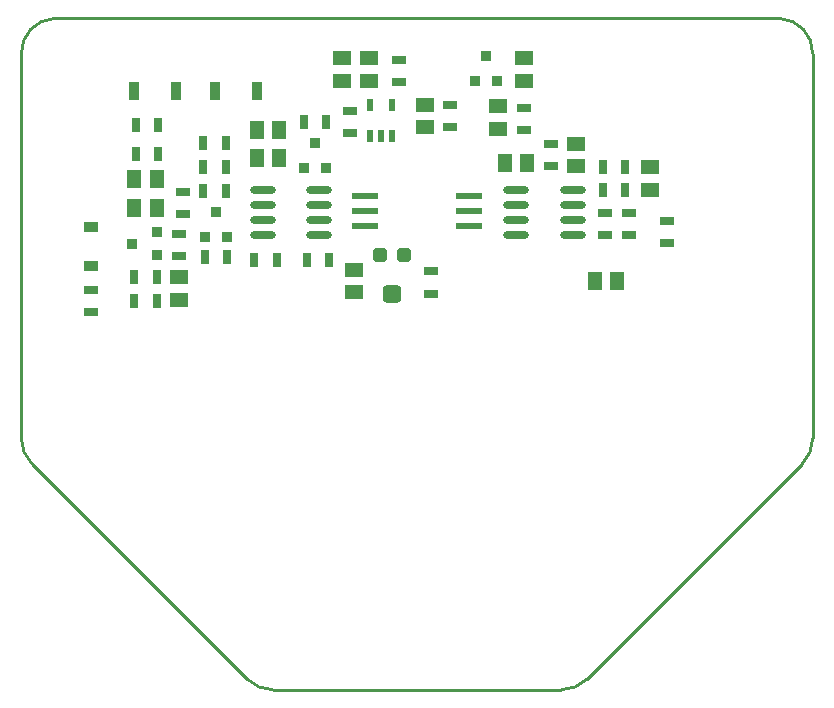
<source format=gtp>
G04*
G04 #@! TF.GenerationSoftware,Altium Limited,CircuitStudio,1.5.2 (1.5.2.30)*
G04*
G04 Layer_Color=7318015*
%FSLAX44Y44*%
%MOMM*%
G71*
G01*
G75*
%ADD10R,1.3000X0.7000*%
%ADD11R,1.2200X0.9100*%
%ADD12R,0.9500X1.6000*%
%ADD13R,1.3000X1.6000*%
%ADD14R,1.6000X1.3000*%
%ADD15R,0.8128X0.9144*%
%ADD16R,0.9144X0.8128*%
%ADD17R,0.7000X1.3000*%
%ADD18O,2.2000X0.6000*%
%ADD19R,0.6000X1.0000*%
%ADD20R,2.3000X0.6000*%
G04:AMPARAMS|DCode=21|XSize=1.2mm|YSize=1.2mm|CornerRadius=0.3mm|HoleSize=0mm|Usage=FLASHONLY|Rotation=180.000|XOffset=0mm|YOffset=0mm|HoleType=Round|Shape=RoundedRectangle|*
%AMROUNDEDRECTD21*
21,1,1.2000,0.6000,0,0,180.0*
21,1,0.6000,1.2000,0,0,180.0*
1,1,0.6000,-0.3000,0.3000*
1,1,0.6000,0.3000,0.3000*
1,1,0.6000,0.3000,-0.3000*
1,1,0.6000,-0.3000,-0.3000*
%
%ADD21ROUNDEDRECTD21*%
G04:AMPARAMS|DCode=22|XSize=1.6mm|YSize=1.5mm|CornerRadius=0.375mm|HoleSize=0mm|Usage=FLASHONLY|Rotation=180.000|XOffset=0mm|YOffset=0mm|HoleType=Round|Shape=RoundedRectangle|*
%AMROUNDEDRECTD22*
21,1,1.6000,0.7500,0,0,180.0*
21,1,0.8500,1.5000,0,0,180.0*
1,1,0.7500,-0.4250,0.3750*
1,1,0.7500,0.4250,0.3750*
1,1,0.7500,0.4250,-0.3750*
1,1,0.7500,-0.4250,-0.3750*
%
%ADD22ROUNDEDRECTD22*%
%ADD23C,0.2540*%
D10*
X707000Y617750D02*
D03*
Y636750D02*
D03*
X296880Y642460D02*
D03*
Y661460D02*
D03*
X653750Y624680D02*
D03*
Y643680D02*
D03*
X608030Y683100D02*
D03*
Y702100D02*
D03*
X674070Y624680D02*
D03*
Y643680D02*
D03*
X506430Y594150D02*
D03*
Y575150D02*
D03*
X585170Y713580D02*
D03*
Y732580D02*
D03*
X218840Y559500D02*
D03*
Y578500D02*
D03*
X522940Y735120D02*
D03*
Y716120D02*
D03*
X479760Y773220D02*
D03*
Y754220D02*
D03*
X437850Y730040D02*
D03*
Y711040D02*
D03*
X293070Y625900D02*
D03*
Y606900D02*
D03*
D11*
X218840Y598650D02*
D03*
Y631350D02*
D03*
D12*
X359840Y747000D02*
D03*
X323840D02*
D03*
X291260D02*
D03*
X255260D02*
D03*
D13*
X664520Y585920D02*
D03*
X645520D02*
D03*
X359160Y714190D02*
D03*
X378160D02*
D03*
X359160Y690060D02*
D03*
X378160D02*
D03*
X569320Y686250D02*
D03*
X588320D02*
D03*
X274630Y672280D02*
D03*
X255630D02*
D03*
X274630Y648150D02*
D03*
X255630D02*
D03*
D14*
X629620Y683100D02*
D03*
Y702100D02*
D03*
X585170Y774490D02*
D03*
Y755490D02*
D03*
X454360Y774490D02*
D03*
Y755490D02*
D03*
X563580Y733850D02*
D03*
Y714850D02*
D03*
X501350Y716120D02*
D03*
Y735120D02*
D03*
X441660Y576420D02*
D03*
Y595420D02*
D03*
X293070Y589070D02*
D03*
Y570070D02*
D03*
X691840Y682418D02*
D03*
Y663418D02*
D03*
X431840Y774452D02*
D03*
Y755452D02*
D03*
D15*
X399064Y682012D02*
D03*
X418216D02*
D03*
X408564Y703188D02*
D03*
X315244Y623592D02*
D03*
X334396D02*
D03*
X324744Y644768D02*
D03*
X543844Y755672D02*
D03*
X562996D02*
D03*
X553344Y776848D02*
D03*
D16*
X274448Y608094D02*
D03*
Y627246D02*
D03*
X253272Y617594D02*
D03*
D17*
X376230Y603700D02*
D03*
X357230D02*
D03*
X399140Y720540D02*
D03*
X418140D02*
D03*
X333050Y682440D02*
D03*
X314050D02*
D03*
X671340Y663384D02*
D03*
X652340D02*
D03*
X420680Y603700D02*
D03*
X401680D02*
D03*
X315320Y606240D02*
D03*
X334320D02*
D03*
X314050Y702760D02*
D03*
X333050D02*
D03*
X255630Y569410D02*
D03*
X274630D02*
D03*
X255630Y589730D02*
D03*
X274630D02*
D03*
X275900Y693870D02*
D03*
X256900D02*
D03*
X333050Y662120D02*
D03*
X314050D02*
D03*
X275900Y718300D02*
D03*
X256900D02*
D03*
X671340Y682452D02*
D03*
X652340D02*
D03*
D18*
X364320Y663390D02*
D03*
Y650690D02*
D03*
Y637990D02*
D03*
Y625290D02*
D03*
X412320Y663390D02*
D03*
Y650690D02*
D03*
Y637990D02*
D03*
Y625290D02*
D03*
X578950Y663390D02*
D03*
Y650690D02*
D03*
Y637990D02*
D03*
Y625290D02*
D03*
X626950Y663390D02*
D03*
Y650690D02*
D03*
Y637990D02*
D03*
Y625290D02*
D03*
D19*
X455020Y708808D02*
D03*
X464520D02*
D03*
X474020D02*
D03*
Y734812D02*
D03*
X455020D02*
D03*
D20*
X538750Y645610D02*
D03*
Y632910D02*
D03*
Y658310D02*
D03*
X451250D02*
D03*
Y632910D02*
D03*
Y645610D02*
D03*
D21*
X483838Y607575D02*
D03*
X463838D02*
D03*
D22*
X473838Y574576D02*
D03*
D23*
X160000Y452700D02*
G03*
X168980Y431020I30661J0D01*
G01*
X351020Y248980D02*
G03*
X372700Y240000I21680J21680D01*
G01*
X617300D02*
G03*
X638980Y248980I0J30661D01*
G01*
X821020Y431020D02*
G03*
X830000Y452700I-21680J21680D01*
G01*
Y778300D02*
G03*
X801580Y808300I-29210J790D01*
G01*
X188420D02*
G03*
X160000Y778300I790J-29210D01*
G01*
Y452700D02*
Y458300D01*
X168980Y431020D02*
X351020Y248980D01*
X372700Y240000D02*
X617300D01*
X638980Y248980D02*
X821020Y431020D01*
X830000Y452700D02*
Y458300D01*
X188420Y808300D02*
X801580D01*
X830000Y458300D02*
Y778300D01*
X160000Y458300D02*
Y778300D01*
M02*

</source>
